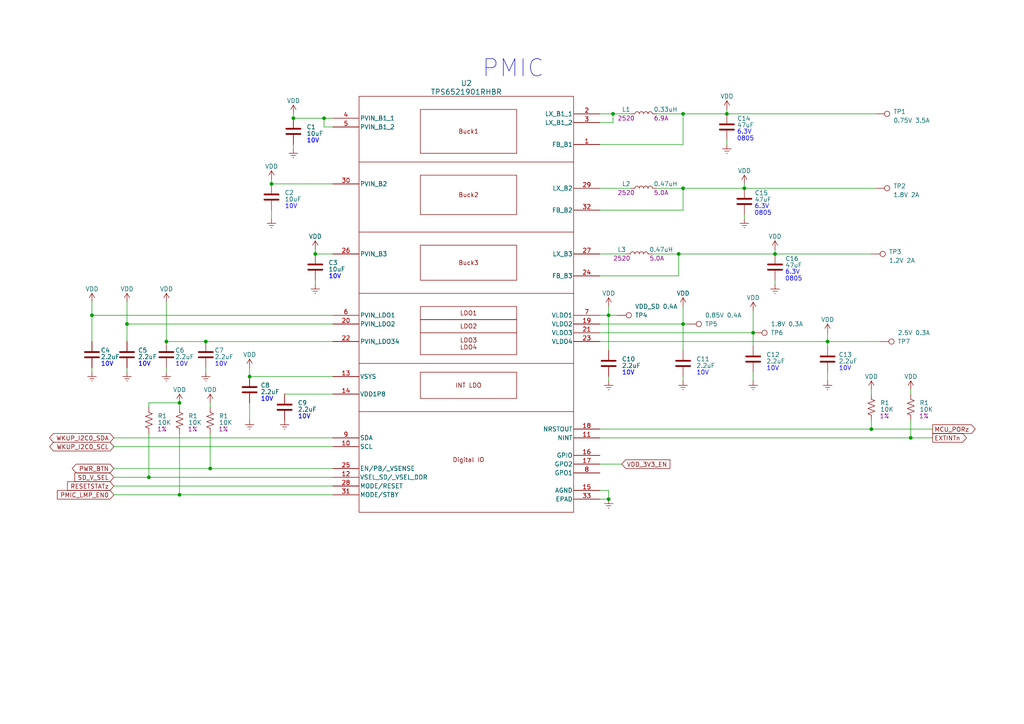
<source format=kicad_sch>
(kicad_sch (version 20230121) (generator eeschema)
  (paper "A4")
  (title_block (title "TI Ember AM62 SiP Concept") (date "2023-06-09") (rev "Rev 0") (company "Andrei Aldea - Texas Instruments"))
  (lib_symbols
    (symbol "Connector:TestPoint" (pin_numbers hide) (pin_names (offset 0.762) hide)
      (property "Reference" "TP" (at 0 6.858 0))
      (property "Value" "TestPoint" (at 0 5.08 0))
      (symbol "TestPoint_0_1"
        (circle (center 0 3.302) (radius 0.762))
      )
      (symbol "TestPoint_1_1"
        (pin passive line (at 0 0 90) (length 2.54) (name "1") (number "1"))
      )
    )
    (symbol "Device:C" (pin_numbers hide) (pin_names (offset 0.254))
      (property "Reference" "C" (at 0.635 2.54 0))
      (property "Value" "C" (at 0.635 -2.54 0))
      (symbol "C_0_1"
        (polyline (pts (xy -2.032 -0.762) (xy 2.032 -0.762)) (stroke (width 0.508)))
        (polyline (pts (xy -2.032 0.762) (xy 2.032 0.762)) (stroke (width 0.508)))
      )
      (symbol "C_1_1"
        (pin passive line (at 0 3.81 270) (length 2.794) (name "~") (number "1"))
        (pin passive line (at 0 -3.81 90) (length 2.794) (name "~") (number "2"))
      )
    )
    (symbol "Device:L" (pin_numbers hide) (pin_names (offset 1.016) hide)
      (property "Reference" "L" (at -1.27 0 90))
      (property "Value" "L" (at 1.905 0 90))
      (symbol "L_0_1"
        (arc (start 0 -2.54) (mid 0.6323 -1.905) (end 0 -1.27))
        (arc (start 0 -1.27) (mid 0.6323 -0.635) (end 0 0))
        (arc (start 0 0) (mid 0.6323 0.635) (end 0 1.27))
        (arc (start 0 1.27) (mid 0.6323 1.905) (end 0 2.54))
      )
      (symbol "L_1_1"
        (pin passive line (at 0 3.81 270) (length 1.27) (name "1") (number "1"))
        (pin passive line (at 0 -3.81 90) (length 1.27) (name "2") (number "2"))
      )
    )
    (symbol "Device:R_US" (pin_numbers hide) (pin_names (offset 0))
      (property "Reference" "R" (at 2.54 0 90))
      (property "Value" "R_US" (at -2.54 0 90))
      (symbol "R_US_0_1"
        (polyline (pts (xy 0 -2.286) (xy 0 -2.54)))
        (polyline (pts (xy 0 2.286) (xy 0 2.54)))
        (polyline (pts (xy 0 -0.762) (xy 1.016 -1.143) (xy 0 -1.524) (xy -1.016 -1.905) (xy 0 -2.286)))
        (polyline (pts (xy 0 0.762) (xy 1.016 0.381) (xy 0 0) (xy -1.016 -0.381) (xy 0 -0.762)))
        (polyline (pts (xy 0 2.286) (xy 1.016 1.905) (xy 0 1.524) (xy -1.016 1.143) (xy 0 0.762)))
      )
      (symbol "R_US_1_1"
        (pin passive line (at 0 3.81 270) (length 1.27) (name "~") (number "1"))
        (pin passive line (at 0 -3.81 90) (length 1.27) (name "~") (number "2"))
      )
    )
    (symbol "TIEmber:PTPS6521901RHBR" (pin_names (offset 0.254))
      (property "Reference" "U" (at 16.51 3.81 0))
      (property "Value" "TPS6521901RHBR" (at 25.4 -120.65 0))
      (symbol "PTPS6521901RHBR_0_0"
        (text_box "Buck1" (at 33.02 -1.27 0) (size 27.94 -12.7) (effects (font (size 1.27 1.27))))
        (text_box "Buck2\n" (at 33.02 -20.32 0) (size 27.94 -11.43) (effects (font (size 1.27 1.27))))
        (text_box "Buck3" (at 33.02 -40.64 0) (size 27.94 -10.16) (effects (font (size 1.27 1.27))))
        (text_box "INT LDO\n" (at 33.02 -77.47 0) (size 27.94 -7.62) (effects (font (size 1.27 1.27))))
        (text_box "LDO1\n" (at 33.02 -58.42 0) (size 27.94 -3.81) (effects (font (size 1.27 1.27))))
        (text_box "LDO2\n\n" (at 33.02 -62.23 0) (size 27.94 -3.81) (effects (font (size 1.27 1.27))))
        (text_box "LDO3\nLDO4\n" (at 33.02 -66.04 0) (size 27.94 -6.35) (effects (font (size 1.27 1.27))))
      )
      (symbol "PTPS6521901RHBR_0_1"
        (pin input line (at 85.09 -11.43 180) (length 7.62) (name "FB_B1") (number "1"))
        (pin input line (at 7.62 -99.06 0) (length 7.62) (name "SCL") (number "10"))
        (pin output line (at 85.09 -96.52 180) (length 7.62) (name "NINT") (number "11"))
        (pin input line (at 7.62 -107.95 0) (length 7.62) (name "VSEL_SD/_VSEL_DDR") (number "12"))
        (pin power_in line (at 7.62 -78.74 0) (length 7.62) (name "VSYS") (number "13"))
        (pin power_in line (at 7.62 -83.82 0) (length 7.62) (name "VDD1P8") (number "14"))
        (pin power_out line (at 85.09 -111.76 180) (length 7.62) (name "AGND") (number "15"))
        (pin bidirectional line (at 85.09 -101.6 180) (length 7.62) (name "GPIO") (number "16"))
        (pin output line (at 85.09 -104.14 180) (length 7.62) (name "GPO2") (number "17"))
        (pin output line (at 85.09 -93.98 180) (length 7.62) (name "NRSTOUT") (number "18"))
        (pin power_in line (at 85.09 -2.54 180) (length 7.62) (name "LX_B1_1") (number "2"))
        (pin power_in line (at 7.62 -63.5 0) (length 7.62) (name "PVIN_LDO2") (number "20"))
        (pin power_in line (at 7.62 -68.58 0) (length 7.62) (name "PVIN_LDO34") (number "22"))
        (pin input line (at 85.09 -49.53 180) (length 7.62) (name "FB_B3") (number "24"))
        (pin input line (at 7.62 -105.41 0) (length 7.62) (name "EN/PB/_VSENSE") (number "25"))
        (pin power_in line (at 7.62 -43.18 0) (length 7.62) (name "PVIN_B3") (number "26"))
        (pin power_in line (at 85.09 -43.18 180) (length 7.62) (name "LX_B3") (number "27"))
        (pin input line (at 7.62 -110.49 0) (length 7.62) (name "MODE/RESET") (number "28"))
        (pin power_in line (at 85.09 -24.13 180) (length 7.62) (name "LX_B2") (number "29"))
        (pin power_in line (at 85.09 -5.08 180) (length 7.62) (name "LX_B1_2") (number "3"))
        (pin power_in line (at 7.62 -22.86 0) (length 7.62) (name "PVIN_B2") (number "30"))
        (pin input line (at 7.62 -113.03 0) (length 7.62) (name "MODE/STBY") (number "31"))
        (pin input line (at 85.09 -30.48 180) (length 7.62) (name "FB_B2") (number "32"))
        (pin power_out line (at 85.09 -114.3 180) (length 7.62) (name "EPAD") (number "33"))
        (pin power_in line (at 7.62 -3.81 0) (length 7.62) (name "PVIN_B1_1") (number "4"))
        (pin power_in line (at 7.62 -6.35 0) (length 7.62) (name "PVIN_B1_2") (number "5"))
        (pin power_in line (at 7.62 -60.96 0) (length 7.62) (name "PVIN_LDO1") (number "6"))
        (pin output line (at 85.09 -106.68 180) (length 7.62) (name "GPO1") (number "8"))
        (pin bidirectional line (at 7.62 -96.52 0) (length 7.62) (name "SDA") (number "9"))
      )
      (symbol "PTPS6521901RHBR_1_0"
        (polyline (pts (xy 15.24 -88.9) (xy 77.47 -88.9)))
        (polyline (pts (xy 15.24 -54.61) (xy 77.47 -54.61)))
        (polyline (pts (xy 15.24 -36.83) (xy 77.47 -36.83)))
        (polyline (pts (xy 15.24 -16.51) (xy 77.47 -16.51)))
        (polyline (pts (xy 77.47 -74.93) (xy 15.24 -74.93)))
        (rectangle (start 15.24 2.54) (end 77.47 -118.11))
        (text "Digital IO" (at 46.99 -102.87 0) (effects (font (size 1.27 1.27))))
      )
      (symbol "PTPS6521901RHBR_1_1"
        (pin power_out line (at 85.09 -63.5 180) (length 7.62) (name "VLDO2") (number "19"))
        (pin power_out line (at 85.09 -66.04 180) (length 7.62) (name "VLDO3") (number "21"))
        (pin power_out line (at 85.09 -68.58 180) (length 7.62) (name "VLDO4") (number "23"))
        (pin power_out line (at 85.09 -60.96 180) (length 7.62) (name "VLDO1") (number "7"))
      )
    )
    (symbol "TIEmber:VDDA_0V85" (power) (pin_names (offset 0))
      (property "Value" "VDDA_0V85" (at 0 3.81 0))
      (symbol "VDDA_0V85_0_1"
        (polyline (pts (xy -0.762 1.27) (xy 0 2.54)))
        (polyline (pts (xy 0 0) (xy 0 2.54)))
        (polyline (pts (xy 0 2.54) (xy 0.762 1.27)))
      )
      (symbol "VDDA_0V85_1_1"
        (pin power_in line (at 0 0 90) (length 0) hide (name "VDD") (number "1"))
      )
    )
    (symbol "TIEmber:VDDA_1V8" (power) (pin_names (offset 0))
      (property "Value" "VDDA_1V8" (at 0 3.81 0))
      (symbol "VDDA_1V8_0_1"
        (polyline (pts (xy -0.762 1.27) (xy 0 2.54)))
        (polyline (pts (xy 0 0) (xy 0 2.54)))
        (polyline (pts (xy 0 2.54) (xy 0.762 1.27)))
      )
      (symbol "VDDA_1V8_1_1"
        (pin power_in line (at 0 0 90) (length 0) hide (name "VDD") (number "1"))
      )
    )
    (symbol "TIEmber:VDD_1V2" (power) (pin_names (offset 0))
      (property "Value" "VDD_1V2" (at 0 3.81 0))
      (symbol "VDD_1V2_0_1"
        (polyline (pts (xy -0.762 1.27) (xy 0 2.54)))
        (polyline (pts (xy 0 0) (xy 0 2.54)))
        (polyline (pts (xy 0 2.54) (xy 0.762 1.27)))
      )
      (symbol "VDD_1V2_1_1"
        (pin power_in line (at 0 0 90) (length 0) hide (name "VDD") (number "1"))
      )
    )
    (symbol "TIEmber:VDD_1V8" (power) (pin_names (offset 0))
      (property "Value" "VDD_1V8" (at 0 3.81 0))
      (symbol "VDD_1V8_0_1"
        (polyline (pts (xy -0.762 1.27) (xy 0 2.54)))
        (polyline (pts (xy 0 0) (xy 0 2.54)))
        (polyline (pts (xy 0 2.54) (xy 0.762 1.27)))
      )
      (symbol "VDD_1V8_1_1"
        (pin power_in line (at 0 0 90) (length 0) hide (name "VDD") (number "1"))
      )
    )
    (symbol "TIEmber:VDD_2V5" (power) (pin_names (offset 0))
      (property "Value" "VDD_2V5" (at 0 3.81 0))
      (symbol "VDD_2V5_0_1"
        (polyline (pts (xy -0.762 1.27) (xy 0 2.54)))
        (polyline (pts (xy 0 0) (xy 0 2.54)))
        (polyline (pts (xy 0 2.54) (xy 0.762 1.27)))
      )
      (symbol "VDD_2V5_1_1"
        (pin power_in line (at 0 0 90) (length 0) hide (name "VDD") (number "1"))
      )
    )
    (symbol "TIEmber:VDD_3V3" (power) (pin_names (offset 0))
      (property "Value" "VDD_3V3" (at 0 3.81 0))
      (symbol "VDD_3V3_0_1"
        (polyline (pts (xy -0.762 1.27) (xy 0 2.54)))
        (polyline (pts (xy 0 0) (xy 0 2.54)))
        (polyline (pts (xy 0 2.54) (xy 0.762 1.27)))
      )
      (symbol "VDD_3V3_1_1"
        (pin power_in line (at 0 0 90) (length 0) hide (name "VDD") (number "1"))
      )
    )
    (symbol "TIEmber:VDD_CORE" (power) (pin_names (offset 0))
      (property "Value" "VDD_CORE" (at 0 3.81 0))
      (symbol "VDD_CORE_0_1"
        (polyline (pts (xy -0.762 1.27) (xy 0 2.54)))
        (polyline (pts (xy 0 0) (xy 0 2.54)))
        (polyline (pts (xy 0 2.54) (xy 0.762 1.27)))
      )
      (symbol "VDD_CORE_1_1"
        (pin power_in line (at 0 0 90) (length 0) hide (name "VDD") (number "1"))
      )
    )
    (symbol "TIEmber:VDD_SD" (power) (pin_names (offset 0))
      (property "Value" "VDD_SD" (at 0 3.81 0))
      (symbol "VDD_SD_0_1"
        (polyline (pts (xy -0.762 1.27) (xy 0 2.54)))
        (polyline (pts (xy 0 0) (xy 0 2.54)))
        (polyline (pts (xy 0 2.54) (xy 0.762 1.27)))
      )
      (symbol "VDD_SD_1_1"
        (pin power_in line (at 0 0 90) (length 0) hide (name "VDD") (number "1"))
      )
    )
    (symbol "TIEmber:VSYS" (power) (pin_names (offset 0))
      (property "Value" "VSYS" (at 0 3.81 0))
      (symbol "VSYS_0_1"
        (polyline (pts (xy -0.762 1.27) (xy 0 2.54)))
        (polyline (pts (xy 0 0) (xy 0 2.54)))
        (polyline (pts (xy 0 2.54) (xy 0.762 1.27)))
      )
      (symbol "VSYS_1_1"
        (pin power_in line (at 0 0 90) (length 0) hide (name "VDD") (number "1"))
      )
    )
    (symbol "power:GNDREF" (power) (pin_names (offset 0))
      (property "Value" "GNDREF" (at 0 -3.81 0))
      (symbol "GNDREF_0_1"
        (polyline (pts (xy -0.635 -1.905) (xy 0.635 -1.905)))
        (polyline (pts (xy -0.127 -2.54) (xy 0.127 -2.54)))
        (polyline (pts (xy 0 -1.27) (xy 0 0)))
        (polyline (pts (xy 1.27 -1.27) (xy -1.27 -1.27)))
      )
      (symbol "GNDREF_1_1"
        (pin power_in line (at 0 0 270) (length 0) hide (name "GNDREF") (number "1"))
      )
    )
  )
  (junction (at 176.53 144.78))
  (junction (at 252.73 124.46))
  (junction (at 72.39 109.22))
  (junction (at 26.67 91.44))
  (junction (at 215.9 54.61))
  (junction (at 85.09 34.29))
  (junction (at 210.82 33.02))
  (junction (at 198.12 54.61))
  (junction (at 198.12 93.98))
  (junction (at 36.83 93.98))
  (junction (at 218.44 96.52))
  (junction (at 60.96 135.89))
  (junction (at 177.8 33.02))
  (junction (at 59.69 99.06))
  (junction (at 91.44 73.66))
  (junction (at 52.07 116.84))
  (junction (at 43.18 138.43))
  (junction (at 93.98 34.29))
  (junction (at 176.53 91.44))
  (junction (at 78.74 53.34))
  (junction (at 196.85 73.66))
  (junction (at 264.16 127))
  (junction (at 48.26 99.06))
  (junction (at 52.07 143.51))
  (junction (at 240.03 99.06))
  (junction (at 224.79 73.66))
  (junction (at 198.12 33.02))
  (wire (pts (xy 240.03 99.06) (xy 240.03 100.33)))
  (wire (pts (xy 33.02 127) (xy 96.52 127)))
  (wire (pts (xy 36.83 107.95) (xy 36.83 106.68)))
  (wire (pts (xy 198.12 54.61) (xy 190.5 54.61)))
  (wire (pts (xy 196.85 80.01) (xy 196.85 73.66)))
  (wire (pts (xy 173.99 93.98) (xy 198.12 93.98)))
  (wire (pts (xy 210.82 40.64) (xy 210.82 41.91)))
  (wire (pts (xy 198.12 33.02) (xy 210.82 33.02)))
  (wire (pts (xy 198.12 41.91) (xy 198.12 33.02)))
  (wire (pts (xy 198.12 109.22) (xy 198.12 110.49)))
  (wire (pts (xy 177.8 33.02) (xy 182.88 33.02)))
  (wire (pts (xy 173.99 33.02) (xy 177.8 33.02)))
  (wire (pts (xy 176.53 142.24) (xy 176.53 144.78)))
  (wire (pts (xy 52.07 125.73) (xy 52.07 143.51)))
  (wire (pts (xy 93.98 34.29) (xy 96.52 34.29)))
  (wire (pts (xy 52.07 118.11) (xy 52.07 116.84)))
  (wire (pts (xy 218.44 107.95) (xy 218.44 110.49)))
  (wire (pts (xy 78.74 60.96) (xy 78.74 63.5)))
  (wire (pts (xy 198.12 33.02) (xy 190.5 33.02)))
  (wire (pts (xy 26.67 87.63) (xy 26.67 91.44)))
  (wire (pts (xy 26.67 107.95) (xy 26.67 106.68)))
  (wire (pts (xy 60.96 125.73) (xy 60.96 135.89)))
  (wire (pts (xy 43.18 125.73) (xy 43.18 138.43)))
  (wire (pts (xy 26.67 91.44) (xy 96.52 91.44)))
  (wire (pts (xy 36.83 87.63) (xy 36.83 93.98)))
  (wire (pts (xy 252.73 124.46) (xy 270.51 124.46)))
  (wire (pts (xy 173.99 99.06) (xy 240.03 99.06)))
  (wire (pts (xy 240.03 107.95) (xy 240.03 110.49)))
  (wire (pts (xy 91.44 81.28) (xy 91.44 82.55)))
  (wire (pts (xy 198.12 54.61) (xy 215.9 54.61)))
  (wire (pts (xy 60.96 135.89) (xy 96.52 135.89)))
  (wire (pts (xy 173.99 96.52) (xy 218.44 96.52)))
  (wire (pts (xy 215.9 54.61) (xy 254 54.61)))
  (wire (pts (xy 264.16 121.92) (xy 264.16 127)))
  (wire (pts (xy 85.09 33.02) (xy 85.09 34.29)))
  (wire (pts (xy 43.18 138.43) (xy 96.52 138.43)))
  (wire (pts (xy 82.55 114.3) (xy 96.52 114.3)))
  (wire (pts (xy 173.99 60.96) (xy 198.12 60.96)))
  (wire (pts (xy 59.69 99.06) (xy 96.52 99.06)))
  (wire (pts (xy 176.53 91.44) (xy 179.07 91.44)))
  (wire (pts (xy 215.9 62.23) (xy 215.9 63.5)))
  (wire (pts (xy 176.53 88.9) (xy 176.53 91.44)))
  (wire (pts (xy 173.99 142.24) (xy 176.53 142.24)))
  (wire (pts (xy 85.09 41.91) (xy 85.09 43.18)))
  (wire (pts (xy 33.02 143.51) (xy 52.07 143.51)))
  (wire (pts (xy 224.79 73.66) (xy 252.73 73.66)))
  (wire (pts (xy 173.99 54.61) (xy 182.88 54.61)))
  (wire (pts (xy 43.18 116.84) (xy 43.18 118.11)))
  (wire (pts (xy 78.74 53.34) (xy 96.52 53.34)))
  (wire (pts (xy 48.26 107.95) (xy 48.26 106.68)))
  (wire (pts (xy 264.16 113.03) (xy 264.16 114.3)))
  (wire (pts (xy 173.99 80.01) (xy 196.85 80.01)))
  (wire (pts (xy 218.44 96.52) (xy 218.44 100.33)))
  (wire (pts (xy 176.53 144.78) (xy 173.99 144.78)))
  (wire (pts (xy 48.26 87.63) (xy 48.26 99.06)))
  (wire (pts (xy 91.44 73.66) (xy 96.52 73.66)))
  (wire (pts (xy 173.99 73.66) (xy 181.61 73.66)))
  (wire (pts (xy 59.69 107.95) (xy 59.69 106.68)))
  (wire (pts (xy 72.39 109.22) (xy 96.52 109.22)))
  (wire (pts (xy 33.02 140.97) (xy 96.52 140.97)))
  (wire (pts (xy 176.53 109.22) (xy 176.53 110.49)))
  (wire (pts (xy 26.67 99.06) (xy 26.67 91.44)))
  (wire (pts (xy 36.83 93.98) (xy 96.52 93.98)))
  (wire (pts (xy 255.27 99.06) (xy 240.03 99.06)))
  (wire (pts (xy 173.99 134.62) (xy 180.34 134.62)))
  (wire (pts (xy 176.53 91.44) (xy 176.53 101.6)))
  (wire (pts (xy 264.16 127) (xy 270.51 127)))
  (wire (pts (xy 48.26 99.06) (xy 59.69 99.06)))
  (wire (pts (xy 198.12 93.98) (xy 198.12 101.6)))
  (wire (pts (xy 198.12 60.96) (xy 198.12 54.61)))
  (wire (pts (xy 173.99 35.56) (xy 177.8 35.56)))
  (wire (pts (xy 173.99 127) (xy 264.16 127)))
  (wire (pts (xy 72.39 106.68) (xy 72.39 109.22)))
  (wire (pts (xy 96.52 36.83) (xy 93.98 36.83)))
  (wire (pts (xy 72.39 121.92) (xy 72.39 116.84)))
  (wire (pts (xy 252.73 121.92) (xy 252.73 124.46)))
  (wire (pts (xy 52.07 143.51) (xy 96.52 143.51)))
  (wire (pts (xy 224.79 81.28) (xy 224.79 82.55)))
  (wire (pts (xy 173.99 91.44) (xy 176.53 91.44)))
  (wire (pts (xy 33.02 135.89) (xy 60.96 135.89)))
  (wire (pts (xy 78.74 52.07) (xy 78.74 53.34)))
  (wire (pts (xy 173.99 124.46) (xy 252.73 124.46)))
  (wire (pts (xy 91.44 72.39) (xy 91.44 73.66)))
  (wire (pts (xy 198.12 88.9) (xy 198.12 93.98)))
  (wire (pts (xy 52.07 116.84) (xy 43.18 116.84)))
  (wire (pts (xy 60.96 116.84) (xy 60.96 118.11)))
  (wire (pts (xy 218.44 90.17) (xy 218.44 96.52)))
  (wire (pts (xy 252.73 113.03) (xy 252.73 114.3)))
  (wire (pts (xy 196.85 73.66) (xy 224.79 73.66)))
  (wire (pts (xy 196.85 73.66) (xy 189.23 73.66)))
  (wire (pts (xy 33.02 129.54) (xy 96.52 129.54)))
  (wire (pts (xy 240.03 96.52) (xy 240.03 99.06)))
  (wire (pts (xy 224.79 72.39) (xy 224.79 73.66)))
  (wire (pts (xy 177.8 35.56) (xy 177.8 33.02)))
  (wire (pts (xy 210.82 31.75) (xy 210.82 33.02)))
  (wire (pts (xy 36.83 99.06) (xy 36.83 93.98)))
  (wire (pts (xy 198.12 93.98) (xy 199.39 93.98)))
  (wire (pts (xy 33.02 138.43) (xy 43.18 138.43)))
  (wire (pts (xy 85.09 34.29) (xy 93.98 34.29)))
  (wire (pts (xy 210.82 33.02) (xy 254 33.02)))
  (wire (pts (xy 93.98 36.83) (xy 93.98 34.29)))
  (wire (pts (xy 215.9 53.34) (xy 215.9 54.61)))
  (wire (pts (xy 173.99 41.91) (xy 198.12 41.91)))
  (text "PMIC" (at 139.7 22.86 0) (effects (font (size 5 5)) (justify left bottom)))
  (global_label "RESETSTATz" (shape input) (at 33.02 140.97 180) (property "Intersheetrefs" "${INTERSHEET_REFS}" (effects hide)))
  (global_label "EXTINTn" (shape output) (at 270.51 127 0) (property "Intersheetrefs" "${INTERSHEET_REFS}" (effects hide)))
  (global_label "WKUP_I2C0_SDA" (shape bidirectional) (at 33.02 127 180) (property "Intersheetrefs" "${INTERSHEET_REFS}" (effects hide)))
  (global_label "PWR_BTN" (shape bidirectional) (at 33.02 135.89 180) (property "Intersheetrefs" "${INTERSHEET_REFS}" (effects hide)))
  (global_label "PMIC_LMP_EN0" (shape input) (at 33.02 143.51 180) (property "Intersheetrefs" "${INTERSHEET_REFS}" (effects hide)))
  (global_label "WKUP_I2C0_SCL" (shape bidirectional) (at 33.02 129.54 180) (property "Intersheetrefs" "${INTERSHEET_REFS}" (effects hide)))
  (global_label "SD_V_SEL" (shape input) (at 33.02 138.43 180) (property "Intersheetrefs" "${INTERSHEET_REFS}" (effects hide)))
  (global_label "MCU_PORz" (shape output) (at 270.51 124.46 0) (property "Intersheetrefs" "${INTERSHEET_REFS}" (effects hide)))
  (global_label "VDD_3V3_EN" (shape input) (at 180.34 134.62 0) (property "Intersheetrefs" "${INTERSHEET_REFS}" (effects hide)))
  (symbol (lib_id "power:GNDREF") (at 82.55 121.92 0) (unit 1)
    (property "Reference" "#PWR027" (effects hide))
    (property "Value" "GNDREF" (effects hide))
  )
  (symbol (lib_id "Device:L") (at 186.69 54.61 90) (unit 1)
    (property "Reference" "L2" (at 181.61 53.34 90))
    (property "Value" "0.47uH" (at 193.04 53.34 90))
    (property "Size" "2520" (at 181.61 55.88 90))
    (property "Current" "5.0A" (at 191.77 55.88 90))
    (instances (project "TI Ember" (path "" (reference "L2") (unit 1)) (path "" (reference "L3") (unit 1))))
  )
  (symbol (lib_id "TIEmber:VDDA_1V8") (at 218.44 90.17 0) (unit 1)
    (property "Reference" "#PWR06" (effects hide))
    (property "Value" "VDDA_1V8" (at 218.44 86.36 0))
    (instances (project "TI Ember" (path "" (reference "#PWR06") (unit 1)) (path "" (reference "#PWR05") (unit 1))))
  )
  (symbol (lib_id "TIEmber:VDD_CORE") (at 210.82 31.75 0) (unit 1)
    (property "Reference" "#PWR01" (effects hide))
    (property "Value" "VDD_CORE" (at 210.82 27.94 0))
    (instances (project "TI Ember" (path "" (reference "#PWR01") (unit 1)) (path "" (reference "#PWR03") (unit 1))))
  )
  (symbol (lib_id "Device:R_US") (at 264.16 118.11 0) (unit 1)
    (property "Reference" "R1" (at 266.7 116.84 0) (effects (justify left)))
    (property "Value" "10K" (at 266.7 118.745 0) (effects (justify left)))
    (property "Footprint" "Resistor_SMD:R_0201_0603Metric" (effects hide))
    (property "Tolerance" "1%" (at 267.97 120.65 0))
    (instances (project "TI Ember" (path "" (reference "R1") (unit 1)) (path "" (reference "R8") (unit 1))))
  )
  (symbol (lib_id "Device:C") (at 198.12 105.41 0) (unit 1)
    (property "Reference" "C11" (at 201.93 104.14 0) (effects (justify left)))
    (property "Value" "2.2uF" (at 201.93 106.045 0) (effects (justify left)))
    (property "Footprint" "Capacitor_SMD:C_0402_1005Metric" (effects hide))
    (property "V Tol" "10V" (at 203.8223 107.9531 0))
  )
  (symbol (lib_id "TIEmber:VDD_1V8") (at 36.83 87.63 0) (unit 1)
    (property "Reference" "#PWR041" (effects hide))
    (property "Value" "VDD_1V8" (at 36.83 83.82 0))
  )
  (symbol (lib_id "Connector:TestPoint") (at 254 54.61 270) (unit 1)
    (property "Reference" "TP2" (at 259.08 53.975 90) (effects (justify left)))
    (property "Value" "1.8V 2A" (at 259.08 56.515 90) (effects (justify left)))
    (instances (project "TI Ember" (path "" (reference "TP2") (unit 1)) (path "" (reference "TP6") (unit 1))))
  )
  (symbol (lib_id "power:GNDREF") (at 176.53 110.49 0) (unit 1)
    (property "Reference" "#PWR014" (effects hide))
    (property "Value" "GNDREF" (effects hide))
  )
  (symbol (lib_id "power:GNDREF") (at 198.12 110.49 0) (unit 1)
    (property "Reference" "#PWR013" (effects hide))
    (property "Value" "GNDREF" (effects hide))
  )
  (symbol (lib_id "TIEmber:VDD_1V2") (at 224.79 72.39 0) (unit 1)
    (property "Reference" "#PWR03" (effects hide))
    (property "Value" "VDD_1V2" (at 224.79 68.58 0))
    (instances (project "TI Ember" (path "" (reference "#PWR03") (unit 1)) (path "" (reference "#PWR06") (unit 1))))
  )
  (symbol (lib_id "Device:C") (at 176.53 105.41 0) (unit 1)
    (property "Reference" "C10" (at 180.34 104.14 0) (effects (justify left)))
    (property "Value" "2.2uF" (at 180.34 106.045 0) (effects (justify left)))
    (property "Footprint" "Capacitor_SMD:C_0402_1005Metric" (effects hide))
    (property "V Tol" "10V" (at 182.2323 107.9531 0))
  )
  (symbol (lib_id "Connector:TestPoint") (at 255.27 99.06 270) (unit 1)
    (property "Reference" "TP7" (at 260.35 99.06 90) (effects (justify left)))
    (property "Value" "2.5V 0.3A" (at 260.35 96.52 90) (effects (justify left)))
  )
  (symbol (lib_id "Device:C") (at 218.44 104.14 0) (unit 1)
    (property "Reference" "C12" (at 222.25 102.87 0) (effects (justify left)))
    (property "Value" "2.2uF" (at 222.25 104.775 0) (effects (justify left)))
    (property "Footprint" "Capacitor_SMD:C_0402_1005Metric" (effects hide))
    (property "V Tol" "10V" (at 224.1423 106.6831 0))
    (instances (project "TI Ember" (path "" (reference "C12") (unit 1)) (path "" (reference "C14") (unit 1))))
  )
  (symbol (lib_id "TIEmber:VDD_SD") (at 176.53 88.9 0) (unit 1)
    (property "Reference" "#PWR04" (effects hide))
    (property "Value" "VDD_SD" (at 176.53 85.09 0))
    (instances (project "TI Ember" (path "" (reference "#PWR04") (unit 1)) (path "" (reference "#PWR01") (unit 1))))
  )
  (symbol (lib_id "Device:C") (at 48.26 102.87 0) (unit 1)
    (property "Reference" "C6" (at 50.8 101.6 0) (effects (justify left)))
    (property "Value" "2.2uF" (at 50.8 103.505 0) (effects (justify left)))
    (property "Footprint" "Capacitor_SMD:C_0402_1005Metric" (effects hide))
    (property "V Tol" "10V" (at 52.6923 105.4131 0))
    (instances (project "TI Ember" (path "" (reference "C6") (unit 1)) (path "" (reference "C4") (unit 1))))
  )
  (symbol (lib_id "Device:C") (at 91.44 77.47 0) (unit 1)
    (property "Reference" "C3" (at 95.25 76.2 0) (effects (justify left)))
    (property "Value" "10uF" (at 95.25 78.105 0) (effects (justify left)))
    (property "Footprint" "Capacitor_SMD:C_0603_1608Metric" (effects hide))
    (property "V Tol" "10V" (at 97.1423 80.0131 0))
    (instances (project "TI Ember" (path "" (reference "C3") (unit 1)) (path "" (reference "C9") (unit 1))))
  )
  (symbol (lib_id "Device:C") (at 85.09 38.1 0) (unit 1)
    (property "Reference" "C1" (at 88.9 36.83 0) (effects (justify left)))
    (property "Value" "10uF" (at 88.9 38.735 0) (effects (justify left)))
    (property "Footprint" "Capacitor_SMD:C_0603_1608Metric" (effects hide))
    (property "V Tol" "10V" (at 90.7923 40.6431 0))
    (instances (project "TI Ember" (path "" (reference "C1") (unit 1)) (path "" (reference "C5") (unit 1))))
  )
  (symbol (lib_id "TIEmber:PTPS6521901RHBR") (at 88.9 30.48 0) (unit 1)
    (property "Reference" "U2" (at 135.255 24.13 0) (effects (font (size 1.524 1.524))))
    (property "Value" "TPS6521901RHBR" (at 135.255 26.67 0) (effects (font (size 1.524 1.524))))
    (property "Footprint" "VQFN32" (effects hide))
    (property "Datasheet" "PTPS6521901RHBR" (effects hide))
  )
  (symbol (lib_id "power:GNDREF") (at 176.53 144.78 0) (unit 1)
    (property "Reference" "#PWR015" (effects hide))
    (property "Value" "GNDREF" (effects hide))
  )
  (symbol (lib_id "Device:C") (at 224.79 77.47 0) (unit 1)
    (property "Reference" "C16" (at 227.7658 75.0171 0) (effects (justify left)))
    (property "Value" "47uF" (at 227.7658 76.9221 0) (effects (justify left)))
    (property "Footprint" "Capacitor_SMD:C_0805_2012Metric" (effects hide))
    (property "V Tol" "6.3V" (at 229.87 78.74 0))
    (property "Size" "0805" (at 230.1969 80.6885 0))
    (instances (project "TI Ember" (path "" (reference "C16") (unit 1)) (path "" (reference "C15") (unit 1))))
  )
  (symbol (lib_id "Device:L") (at 186.69 33.02 90) (unit 1)
    (property "Reference" "L1" (at 181.61 31.75 90))
    (property "Value" "0.33uH" (at 193.04 31.75 90))
    (property "Size" "2520" (at 181.61 34.29 90))
    (property "Current" "6.9A" (at 191.77 34.29 90))
    (instances (project "TI Ember" (path "" (reference "L1") (unit 1)) (path "" (reference "L2") (unit 1))))
  )
  (symbol (lib_id "TIEmber:VSYS") (at 60.96 116.84 0) (unit 1)
    (property "Reference" "#PWR044" (effects hide))
    (property "Value" "VSYS" (at 60.96 113.03 0))
  )
  (symbol (lib_id "TIEmber:VDD_3V3") (at 26.67 87.63 0) (unit 1)
    (property "Reference" "#PWR039" (effects hide))
    (property "Value" "VDD_3V3" (at 26.67 83.82 0))
  )
  (symbol (lib_id "TIEmber:VSYS") (at 85.09 33.02 0) (unit 1)
    (property "Reference" "#PWR036" (effects hide))
    (property "Value" "VSYS" (at 85.09 29.21 0))
  )
  (symbol (lib_id "power:GNDREF") (at 78.74 63.5 0) (unit 1)
    (property "Reference" "#PWR030" (effects hide))
    (property "Value" "GNDREF" (effects hide))
  )
  (symbol (lib_id "Device:C") (at 26.67 102.87 0) (unit 1)
    (property "Reference" "C4" (at 29.21 101.6 0) (effects (justify left)))
    (property "Value" "2.2uF" (at 29.21 103.505 0) (effects (justify left)))
    (property "Footprint" "Capacitor_SMD:C_0402_1005Metric" (effects hide))
    (property "V Tol" "10V" (at 31.1023 105.4131 0))
    (instances (project "TI Ember" (path "" (reference "C4") (unit 1)) (path "" (reference "C1") (unit 1))))
  )
  (symbol (lib_id "power:GNDREF") (at 218.44 110.49 0) (unit 1)
    (property "Reference" "#PWR011" (effects hide))
    (property "Value" "GNDREF" (effects hide))
  )
  (symbol (lib_id "Connector:TestPoint") (at 252.73 73.66 270) (unit 1)
    (property "Reference" "TP3" (at 257.81 73.025 90) (effects (justify left)))
    (property "Value" "1.2V 2A" (at 257.81 75.565 90) (effects (justify left)))
    (instances (project "TI Ember" (path "" (reference "TP3") (unit 1)) (path "" (reference "TP4") (unit 1))))
  )
  (symbol (lib_id "Device:R_US") (at 43.18 121.92 0) (unit 1)
    (property "Reference" "R1" (at 45.72 120.65 0) (effects (justify left)))
    (property "Value" "10K" (at 45.72 122.555 0) (effects (justify left)))
    (property "Footprint" "Resistor_SMD:R_0201_0603Metric" (effects hide))
    (property "Tolerance" "1%" (at 46.99 124.46 0))
    (instances (project "TI Ember" (path "" (reference "R1") (unit 1)) (path "" (reference "R4") (unit 1))))
  )
  (symbol (lib_id "Device:C") (at 82.55 118.11 0) (unit 1)
    (property "Reference" "C9" (at 86.36 116.84 0) (effects (justify left)))
    (property "Value" "2.2uF" (at 86.36 118.745 0) (effects (justify left)))
    (property "Footprint" "Capacitor_SMD:C_0402_1005Metric" (effects hide))
    (property "V Tol" "10V" (at 88.2523 120.6531 0))
    (instances (project "TI Ember" (path "" (reference "C9") (unit 1)) (path "" (reference "C7") (unit 1))))
  )
  (symbol (lib_id "TIEmber:VDD_3V3") (at 48.26 87.63 0) (unit 1)
    (property "Reference" "#PWR040" (effects hide))
    (property "Value" "VDD_3V3" (at 48.26 83.82 0))
  )
  (symbol (lib_id "TIEmber:VDD_1V8") (at 252.73 113.03 0) (unit 1)
    (property "Reference" "#PWR02" (effects hide))
    (property "Value" "VDD_1V8" (at 252.73 109.22 0))
    (instances (project "TI Ember" (path "" (reference "#PWR02") (unit 1)) (path "" (reference "#PWR045") (unit 1))))
  )
  (symbol (lib_id "Connector:TestPoint") (at 218.44 96.52 270) (unit 1)
    (property "Reference" "TP6" (at 223.52 96.52 90) (effects (justify left)))
    (property "Value" "1.8V 0.3A" (at 223.52 93.98 90) (effects (justify left)))
    (instances (project "TI Ember" (path "" (reference "TP6") (unit 1)) (path "" (reference "TP3") (unit 1))))
  )
  (symbol (lib_id "Device:C") (at 215.9 58.42 0) (unit 1)
    (property "Reference" "C15" (at 218.8758 55.9671 0) (effects (justify left)))
    (property "Value" "47uF" (at 218.8758 57.8721 0) (effects (justify left)))
    (property "Footprint" "Capacitor_SMD:C_0805_2012Metric" (effects hide))
    (property "V Tol" "6.3V" (at 220.98 59.69 0))
    (property "Size" "0805" (at 221.3069 61.6385 0))
    (instances (project "TI Ember" (path "" (reference "C15") (unit 1)) (path "" (reference "C13") (unit 1))))
  )
  (symbol (lib_id "Device:C") (at 59.69 102.87 0) (unit 1)
    (property "Reference" "C7" (at 62.23 101.6 0) (effects (justify left)))
    (property "Value" "2.2uF" (at 62.23 103.505 0) (effects (justify left)))
    (property "Footprint" "Capacitor_SMD:C_0402_1005Metric" (effects hide))
    (property "V Tol" "10V" (at 64.1223 105.4131 0))
    (instances (project "TI Ember" (path "" (reference "C7") (unit 1)) (path "" (reference "C8") (unit 1))))
  )
  (symbol (lib_id "Connector:TestPoint") (at 179.07 91.44 270) (unit 1)
    (property "Reference" "TP4" (at 184.15 91.44 90) (effects (justify left)))
    (property "Value" "VDD_SD 0.4A" (at 184.15 88.9 90) (effects (justify left)))
    (instances (project "TI Ember" (path "" (reference "TP4") (unit 1)) (path "" (reference "TP1") (unit 1))))
  )
  (symbol (lib_id "power:GNDREF") (at 48.26 107.95 0) (unit 1)
    (property "Reference" "#PWR033" (effects hide))
    (property "Value" "GNDREF" (effects hide))
  )
  (symbol (lib_id "Device:R_US") (at 252.73 118.11 0) (unit 1)
    (property "Reference" "R1" (at 255.27 116.84 0) (effects (justify left)))
    (property "Value" "10K" (at 255.27 118.745 0) (effects (justify left)))
    (property "Footprint" "Resistor_SMD:R_0201_0603Metric" (effects hide))
    (property "Tolerance" "1%" (at 256.54 120.65 0))
    (instances (project "TI Ember" (path "" (reference "R1") (unit 1)) (path "" (reference "R7") (unit 1))))
  )
  (symbol (lib_id "power:GNDREF") (at 215.9 63.5 0) (unit 1)
    (property "Reference" "#PWR09" (effects hide))
    (property "Value" "GNDREF" (effects hide))
  )
  (symbol (lib_id "power:GNDREF") (at 210.82 41.91 0) (unit 1)
    (property "Reference" "#PWR08" (effects hide))
    (property "Value" "GNDREF" (effects hide))
  )
  (symbol (lib_id "Connector:TestPoint") (at 254 33.02 270) (unit 1)
    (property "Reference" "TP1" (at 259.08 32.385 90) (effects (justify left)))
    (property "Value" "0.75V 3.5A" (at 259.08 34.925 90) (effects (justify left)))
    (instances (project "TI Ember" (path "" (reference "TP1") (unit 1)) (path "" (reference "TP5") (unit 1))))
  )
  (symbol (lib_id "Device:C") (at 78.74 57.15 0) (unit 1)
    (property "Reference" "C2" (at 82.55 55.88 0) (effects (justify left)))
    (property "Value" "10uF" (at 82.55 57.785 0) (effects (justify left)))
    (property "Footprint" "Capacitor_SMD:C_0603_1608Metric" (effects hide))
    (property "V Tol" "10V" (at 84.4423 59.6931 0))
    (instances (project "TI Ember" (path "" (reference "C2") (unit 1)) (path "" (reference "C6") (unit 1))))
  )
  (symbol (lib_id "TIEmber:VDD_3V3") (at 52.07 116.84 0) (unit 1)
    (property "Reference" "#PWR043" (effects hide))
    (property "Value" "VDD_3V3" (at 52.07 113.03 0))
  )
  (symbol (lib_id "Device:C") (at 72.39 113.03 0) (unit 1)
    (property "Reference" "C8" (at 75.5777 111.7569 0) (effects (justify left)))
    (property "Value" "2.2uF" (at 75.5777 113.6619 0) (effects (justify left)))
    (property "Footprint" "Capacitor_SMD:C_0402_1005Metric" (effects hide))
    (property "V Tol" "10V" (at 77.47 115.57 0))
    (instances (project "TI Ember" (path "" (reference "C8") (unit 1)) (path "" (reference "C3") (unit 1))))
  )
  (symbol (lib_id "Device:R_US") (at 60.96 121.92 0) (unit 1)
    (property "Reference" "R1" (at 63.5 120.65 0) (effects (justify left)))
    (property "Value" "10K" (at 63.5 122.555 0) (effects (justify left)))
    (property "Footprint" "Resistor_SMD:R_0201_0603Metric" (effects hide))
    (property "Tolerance" "1%" (at 64.77 124.46 0))
    (instances (project "TI Ember" (path "" (reference "R1") (unit 1)) (path "" (reference "R6") (unit 1))))
  )
  (symbol (lib_id "Device:R_US") (at 52.07 121.92 0) (unit 1)
    (property "Reference" "R1" (at 54.61 120.65 0) (effects (justify left)))
    (property "Value" "10K" (at 54.61 122.555 0) (effects (justify left)))
    (property "Footprint" "Resistor_SMD:R_0201_0603Metric" (effects hide))
    (property "Tolerance" "1%" (at 55.88 124.46 0))
    (instances (project "TI Ember" (path "" (reference "R1") (unit 1)) (path "" (reference "R5") (unit 1))))
  )
  (symbol (lib_id "TIEmber:VDDA_0V85") (at 198.12 88.9 0) (unit 1)
    (property "Reference" "#PWR05" (effects hide))
    (property "Value" "VDDA_0V85" (at 198.12 85.09 0))
    (instances (project "TI Ember" (path "" (reference "#PWR05") (unit 1)) (path "" (reference "#PWR02") (unit 1))))
  )
  (symbol (lib_id "Device:C") (at 210.82 36.83 0) (unit 1)
    (property "Reference" "C14" (at 213.7958 34.3771 0) (effects (justify left)))
    (property "Value" "47uF" (at 213.7958 36.2821 0) (effects (justify left)))
    (property "Footprint" "Capacitor_SMD:C_0805_2012Metric" (effects hide))
    (property "V Tol" "6.3V" (at 215.9 38.1 0))
    (property "Size" "0805" (at 216.2269 40.0485 0))
    (instances (project "TI Ember" (path "" (reference "C14") (unit 1)) (path "" (reference "C12") (unit 1))))
  )
  (symbol (lib_id "TIEmber:VDD_1V8") (at 215.9 53.34 0) (unit 1)
    (property "Reference" "#PWR02" (effects hide))
    (property "Value" "VDD_1V8" (at 215.9 49.53 0))
    (instances (project "TI Ember" (path "" (reference "#PWR02") (unit 1)) (path "" (reference "#PWR04") (unit 1))))
  )
  (symbol (lib_id "TIEmber:VDD_3V3") (at 264.16 113.03 0) (unit 1)
    (property "Reference" "#PWR046" (effects hide))
    (property "Value" "VDD_3V3" (at 264.16 109.22 0))
  )
  (symbol (lib_id "Device:C") (at 36.83 102.87 0) (unit 1)
    (property "Reference" "C5" (at 40.0177 101.5969 0) (effects (justify left)))
    (property "Value" "2.2uF" (at 40.0177 103.5019 0) (effects (justify left)))
    (property "Footprint" "Capacitor_SMD:C_0402_1005Metric" (effects hide))
    (property "V Tol" "10V" (at 41.91 105.41 0))
    (instances (project "TI Ember" (path "" (reference "C5") (unit 1)) (path "" (reference "C2") (unit 1))))
  )
  (symbol (lib_id "power:GNDREF") (at 85.09 43.18 0) (unit 1)
    (property "Reference" "#PWR035" (effects hide))
    (property "Value" "GNDREF" (effects hide))
  )
  (symbol (lib_id "Connector:TestPoint") (at 199.39 93.98 270) (unit 1)
    (property "Reference" "TP5" (at 204.47 93.98 90) (effects (justify left)))
    (property "Value" "0.85V 0.4A" (at 204.47 91.44 90) (effects (justify left)))
    (instances (project "TI Ember" (path "" (reference "TP5") (unit 1)) (path "" (reference "TP2") (unit 1))))
  )
  (symbol (lib_id "TIEmber:VSYS") (at 78.74 52.07 0) (unit 1)
    (property "Reference" "#PWR037" (effects hide))
    (property "Value" "VSYS" (at 78.74 48.26 0))
  )
  (symbol (lib_id "power:GNDREF") (at 36.83 107.95 0) (unit 1)
    (property "Reference" "#PWR032" (effects hide))
    (property "Value" "GNDREF" (effects hide))
  )
  (symbol (lib_id "power:GNDREF") (at 26.67 107.95 0) (unit 1)
    (property "Reference" "#PWR031" (effects hide))
    (property "Value" "GNDREF" (effects hide))
  )
  (symbol (lib_id "power:GNDREF") (at 72.39 121.92 0) (unit 1)
    (property "Reference" "#PWR028" (effects hide))
    (property "Value" "GNDREF" (effects hide))
  )
  (symbol (lib_id "power:GNDREF") (at 240.03 110.49 0) (unit 1)
    (property "Reference" "#PWR012" (effects hide))
    (property "Value" "GNDREF" (effects hide))
  )
  (symbol (lib_id "TIEmber:VSYS") (at 91.44 72.39 0) (unit 1)
    (property "Reference" "#PWR038" (effects hide))
    (property "Value" "VSYS" (at 91.44 68.58 0))
  )
  (symbol (lib_id "TIEmber:VSYS") (at 72.39 106.68 0) (unit 1)
    (property "Reference" "#PWR042" (effects hide))
    (property "Value" "VSYS" (at 72.39 102.87 0))
  )
  (symbol (lib_id "Device:L") (at 185.42 73.66 90) (unit 1)
    (property "Reference" "L3" (at 180.34 72.39 90))
    (property "Value" "0.47uH" (at 191.77 72.39 90))
    (property "Size" "2520" (at 180.34 74.93 90))
    (property "Current" "5.0A" (at 190.5 74.93 90))
    (instances (project "TI Ember" (path "" (reference "L3") (unit 1)) (path "" (reference "L1") (unit 1))))
  )
  (symbol (lib_id "TIEmber:VDD_2V5") (at 240.03 96.52 0) (unit 1)
    (property "Reference" "#PWR07" (effects hide))
    (property "Value" "VDD_2V5" (at 240.03 92.71 0))
  )
  (symbol (lib_id "power:GNDREF") (at 59.69 107.95 0) (unit 1)
    (property "Reference" "#PWR034" (effects hide))
    (property "Value" "GNDREF" (effects hide))
  )
  (symbol (lib_id "Device:C") (at 240.03 104.14 0) (unit 1)
    (property "Reference" "C13" (at 243.2177 102.8669 0) (effects (justify left)))
    (property "Value" "2.2uF" (at 243.2177 104.7719 0) (effects (justify left)))
    (property "Footprint" "Capacitor_SMD:C_0402_1005Metric" (effects hide))
    (property "V Tol" "10V" (at 245.11 106.68 0))
    (instances (project "TI Ember" (path "" (reference "C13") (unit 1)) (path "" (reference "C16") (unit 1))))
  )
  (symbol (lib_id "power:GNDREF") (at 224.79 82.55 0) (unit 1)
    (property "Reference" "#PWR010" (effects hide))
    (property "Value" "GNDREF" (effects hide))
  )
  (symbol (lib_id "power:GNDREF") (at 91.44 82.55 0) (unit 1)
    (property "Reference" "#PWR029" (effects hide))
    (property "Value" "GNDREF" (effects hide))
  )
)
</source>
